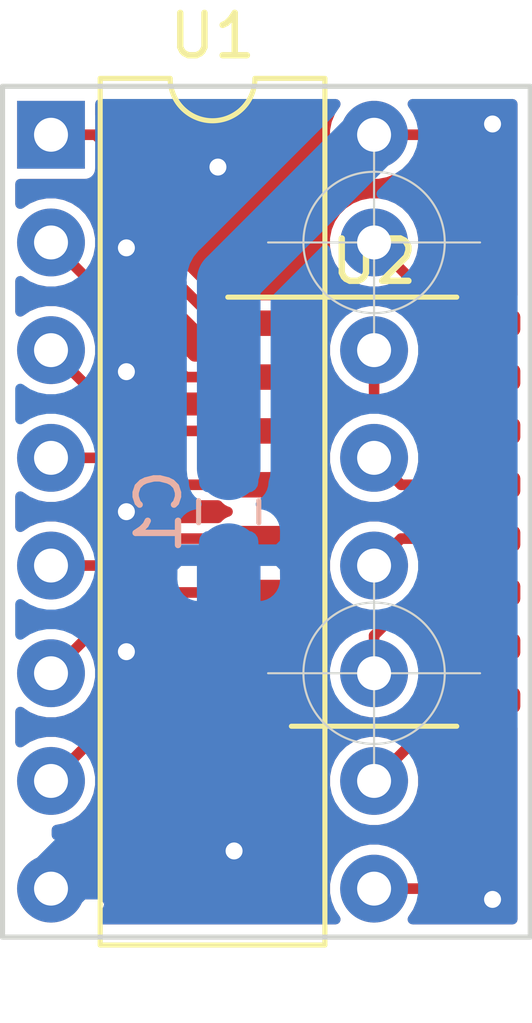
<source format=kicad_pcb>
(kicad_pcb (version 20171130) (host pcbnew "(5.1.5)-3")

  (general
    (thickness 1.6)
    (drawings 6)
    (tracks 67)
    (zones 0)
    (modules 3)
    (nets 17)
  )

  (page A4)
  (layers
    (0 F.Cu signal)
    (31 B.Cu signal)
    (32 B.Adhes user)
    (33 F.Adhes user)
    (34 B.Paste user)
    (35 F.Paste user)
    (36 B.SilkS user)
    (37 F.SilkS user)
    (38 B.Mask user)
    (39 F.Mask user)
    (40 Dwgs.User user)
    (41 Cmts.User user)
    (42 Eco1.User user)
    (43 Eco2.User user)
    (44 Edge.Cuts user)
    (45 Margin user)
    (46 B.CrtYd user)
    (47 F.CrtYd user)
    (48 B.Fab user)
    (49 F.Fab user)
  )

  (setup
    (last_trace_width 1.5)
    (user_trace_width 0.6)
    (user_trace_width 1.5)
    (trace_clearance 0.2)
    (zone_clearance 0.239)
    (zone_45_only no)
    (trace_min 0.2)
    (via_size 0.8)
    (via_drill 0.4)
    (via_min_size 0.4)
    (via_min_drill 0.3)
    (uvia_size 0.3)
    (uvia_drill 0.1)
    (uvias_allowed no)
    (uvia_min_size 0.2)
    (uvia_min_drill 0.1)
    (edge_width 0.05)
    (segment_width 0.2)
    (pcb_text_width 0.3)
    (pcb_text_size 1.5 1.5)
    (mod_edge_width 0.12)
    (mod_text_size 1 1)
    (mod_text_width 0.15)
    (pad_size 1.524 1.524)
    (pad_drill 0.762)
    (pad_to_mask_clearance 0.051)
    (solder_mask_min_width 0.25)
    (aux_axis_origin 114.3 78.74)
    (visible_elements 7FFFFFFF)
    (pcbplotparams
      (layerselection 0x010f0_ffffffff)
      (usegerberextensions false)
      (usegerberattributes false)
      (usegerberadvancedattributes false)
      (creategerberjobfile false)
      (excludeedgelayer true)
      (linewidth 0.100000)
      (plotframeref false)
      (viasonmask false)
      (mode 1)
      (useauxorigin false)
      (hpglpennumber 1)
      (hpglpenspeed 20)
      (hpglpendiameter 15.000000)
      (psnegative false)
      (psa4output false)
      (plotreference true)
      (plotvalue true)
      (plotinvisibletext false)
      (padsonsilk false)
      (subtractmaskfromsilk false)
      (outputformat 1)
      (mirror false)
      (drillshape 0)
      (scaleselection 1)
      (outputdirectory "gerber/"))
  )

  (net 0 "")
  (net 1 "Net-(U1-Pad1)")
  (net 2 "Net-(U1-Pad2)")
  (net 3 "Net-(U1-Pad9)")
  (net 4 "Net-(U1-Pad3)")
  (net 5 "Net-(U1-Pad10)")
  (net 6 "Net-(U1-Pad4)")
  (net 7 "Net-(U1-Pad11)")
  (net 8 "Net-(U1-Pad5)")
  (net 9 "Net-(U1-Pad12)")
  (net 10 "Net-(U1-Pad6)")
  (net 11 "Net-(U1-Pad13)")
  (net 12 "Net-(C1-Pad1)")
  (net 13 "Net-(U1-Pad14)")
  (net 14 "Net-(U1-Pad7)")
  (net 15 "Net-(U1-Pad15)")
  (net 16 GND)

  (net_class Default "This is the default net class."
    (clearance 0.2)
    (trace_width 0.25)
    (via_dia 0.8)
    (via_drill 0.4)
    (uvia_dia 0.3)
    (uvia_drill 0.1)
    (add_net GND)
    (add_net "Net-(C1-Pad1)")
    (add_net "Net-(U1-Pad1)")
    (add_net "Net-(U1-Pad10)")
    (add_net "Net-(U1-Pad11)")
    (add_net "Net-(U1-Pad12)")
    (add_net "Net-(U1-Pad13)")
    (add_net "Net-(U1-Pad14)")
    (add_net "Net-(U1-Pad15)")
    (add_net "Net-(U1-Pad2)")
    (add_net "Net-(U1-Pad3)")
    (add_net "Net-(U1-Pad4)")
    (add_net "Net-(U1-Pad5)")
    (add_net "Net-(U1-Pad6)")
    (add_net "Net-(U1-Pad7)")
    (add_net "Net-(U1-Pad9)")
  )

  (module Capacitor_SMD:C_0805_2012Metric_Pad1.15x1.40mm_HandSolder (layer B.Cu) (tedit 5B36C52B) (tstamp 5EF1B53E)
    (at 110.871 80.01 270)
    (descr "Capacitor SMD 0805 (2012 Metric), square (rectangular) end terminal, IPC_7351 nominal with elongated pad for handsoldering. (Body size source: https://docs.google.com/spreadsheets/d/1BsfQQcO9C6DZCsRaXUlFlo91Tg2WpOkGARC1WS5S8t0/edit?usp=sharing), generated with kicad-footprint-generator")
    (tags "capacitor handsolder")
    (path /7C524249)
    (attr smd)
    (fp_text reference C1 (at 0 1.65 90) (layer B.SilkS)
      (effects (font (size 1 1) (thickness 0.15)) (justify mirror))
    )
    (fp_text value 100n (at 0 -1.65 90) (layer B.Fab)
      (effects (font (size 1 1) (thickness 0.15)) (justify mirror))
    )
    (fp_line (start -1 -0.6) (end -1 0.6) (layer B.Fab) (width 0.1))
    (fp_line (start -1 0.6) (end 1 0.6) (layer B.Fab) (width 0.1))
    (fp_line (start 1 0.6) (end 1 -0.6) (layer B.Fab) (width 0.1))
    (fp_line (start 1 -0.6) (end -1 -0.6) (layer B.Fab) (width 0.1))
    (fp_line (start -0.261252 0.71) (end 0.261252 0.71) (layer B.SilkS) (width 0.12))
    (fp_line (start -0.261252 -0.71) (end 0.261252 -0.71) (layer B.SilkS) (width 0.12))
    (fp_line (start -1.85 -0.95) (end -1.85 0.95) (layer B.CrtYd) (width 0.05))
    (fp_line (start -1.85 0.95) (end 1.85 0.95) (layer B.CrtYd) (width 0.05))
    (fp_line (start 1.85 0.95) (end 1.85 -0.95) (layer B.CrtYd) (width 0.05))
    (fp_line (start 1.85 -0.95) (end -1.85 -0.95) (layer B.CrtYd) (width 0.05))
    (fp_text user %R (at 0 0 90) (layer B.Fab)
      (effects (font (size 0.5 0.5) (thickness 0.08)) (justify mirror))
    )
    (pad 1 smd roundrect (at -1.025 0 270) (size 1.15 1.4) (layers B.Cu B.Paste B.Mask) (roundrect_rratio 0.217391)
      (net 12 "Net-(C1-Pad1)"))
    (pad 2 smd roundrect (at 1.025 0 270) (size 1.15 1.4) (layers B.Cu B.Paste B.Mask) (roundrect_rratio 0.217391)
      (net 16 GND))
    (model ${KISYS3DMOD}/Capacitor_SMD.3dshapes/C_0805_2012Metric.wrl
      (at (xyz 0 0 0))
      (scale (xyz 1 1 1))
      (rotate (xyz 0 0 0))
    )
  )

  (module Package_DIP:DIP-16_W7.62mm (layer F.Cu) (tedit 5A02E8C5) (tstamp 5EF1B562)
    (at 106.68 71.12)
    (descr "16-lead though-hole mounted DIP package, row spacing 7.62 mm (300 mils)")
    (tags "THT DIP DIL PDIP 2.54mm 7.62mm 300mil")
    (path /5EF1BAFC)
    (fp_text reference U1 (at 3.81 -2.33) (layer F.SilkS)
      (effects (font (size 1 1) (thickness 0.15)))
    )
    (fp_text value 74LS138 (at 3.81 20.11) (layer F.Fab)
      (effects (font (size 1 1) (thickness 0.15)))
    )
    (fp_arc (start 3.81 -1.33) (end 2.81 -1.33) (angle -180) (layer F.SilkS) (width 0.12))
    (fp_line (start 1.635 -1.27) (end 6.985 -1.27) (layer F.Fab) (width 0.1))
    (fp_line (start 6.985 -1.27) (end 6.985 19.05) (layer F.Fab) (width 0.1))
    (fp_line (start 6.985 19.05) (end 0.635 19.05) (layer F.Fab) (width 0.1))
    (fp_line (start 0.635 19.05) (end 0.635 -0.27) (layer F.Fab) (width 0.1))
    (fp_line (start 0.635 -0.27) (end 1.635 -1.27) (layer F.Fab) (width 0.1))
    (fp_line (start 2.81 -1.33) (end 1.16 -1.33) (layer F.SilkS) (width 0.12))
    (fp_line (start 1.16 -1.33) (end 1.16 19.11) (layer F.SilkS) (width 0.12))
    (fp_line (start 1.16 19.11) (end 6.46 19.11) (layer F.SilkS) (width 0.12))
    (fp_line (start 6.46 19.11) (end 6.46 -1.33) (layer F.SilkS) (width 0.12))
    (fp_line (start 6.46 -1.33) (end 4.81 -1.33) (layer F.SilkS) (width 0.12))
    (fp_line (start -1.1 -1.55) (end -1.1 19.3) (layer F.CrtYd) (width 0.05))
    (fp_line (start -1.1 19.3) (end 8.7 19.3) (layer F.CrtYd) (width 0.05))
    (fp_line (start 8.7 19.3) (end 8.7 -1.55) (layer F.CrtYd) (width 0.05))
    (fp_line (start 8.7 -1.55) (end -1.1 -1.55) (layer F.CrtYd) (width 0.05))
    (fp_text user %R (at 3.81 8.89) (layer F.Fab)
      (effects (font (size 1 1) (thickness 0.15)))
    )
    (pad 1 thru_hole rect (at 0 0) (size 1.6 1.6) (drill 0.8) (layers *.Cu *.Mask)
      (net 1 "Net-(U1-Pad1)"))
    (pad 9 thru_hole oval (at 7.62 17.78) (size 1.6 1.6) (drill 0.8) (layers *.Cu *.Mask)
      (net 3 "Net-(U1-Pad9)"))
    (pad 2 thru_hole oval (at 0 2.54) (size 1.6 1.6) (drill 0.8) (layers *.Cu *.Mask)
      (net 2 "Net-(U1-Pad2)"))
    (pad 10 thru_hole oval (at 7.62 15.24) (size 1.6 1.6) (drill 0.8) (layers *.Cu *.Mask)
      (net 5 "Net-(U1-Pad10)"))
    (pad 3 thru_hole oval (at 0 5.08) (size 1.6 1.6) (drill 0.8) (layers *.Cu *.Mask)
      (net 4 "Net-(U1-Pad3)"))
    (pad 11 thru_hole oval (at 7.62 12.7) (size 1.6 1.6) (drill 0.8) (layers *.Cu *.Mask)
      (net 7 "Net-(U1-Pad11)"))
    (pad 4 thru_hole oval (at 0 7.62) (size 1.6 1.6) (drill 0.8) (layers *.Cu *.Mask)
      (net 6 "Net-(U1-Pad4)"))
    (pad 12 thru_hole oval (at 7.62 10.16) (size 1.6 1.6) (drill 0.8) (layers *.Cu *.Mask)
      (net 9 "Net-(U1-Pad12)"))
    (pad 5 thru_hole oval (at 0 10.16) (size 1.6 1.6) (drill 0.8) (layers *.Cu *.Mask)
      (net 8 "Net-(U1-Pad5)"))
    (pad 13 thru_hole oval (at 7.62 7.62) (size 1.6 1.6) (drill 0.8) (layers *.Cu *.Mask)
      (net 11 "Net-(U1-Pad13)"))
    (pad 6 thru_hole oval (at 0 12.7) (size 1.6 1.6) (drill 0.8) (layers *.Cu *.Mask)
      (net 10 "Net-(U1-Pad6)"))
    (pad 14 thru_hole oval (at 7.62 5.08) (size 1.6 1.6) (drill 0.8) (layers *.Cu *.Mask)
      (net 13 "Net-(U1-Pad14)"))
    (pad 7 thru_hole oval (at 0 15.24) (size 1.6 1.6) (drill 0.8) (layers *.Cu *.Mask)
      (net 14 "Net-(U1-Pad7)"))
    (pad 15 thru_hole oval (at 7.62 2.54) (size 1.6 1.6) (drill 0.8) (layers *.Cu *.Mask)
      (net 15 "Net-(U1-Pad15)"))
    (pad 8 thru_hole oval (at 0 17.78) (size 1.6 1.6) (drill 0.8) (layers *.Cu *.Mask)
      (net 16 GND))
    (pad 16 thru_hole oval (at 7.62 0) (size 1.6 1.6) (drill 0.8) (layers *.Cu *.Mask)
      (net 12 "Net-(C1-Pad1)"))
    (model ${KISYS3DMOD}/Package_DIP.3dshapes/DIP-16_W7.62mm.wrl
      (at (xyz 0 0 0))
      (scale (xyz 1 1 1))
      (rotate (xyz 0 0 0))
    )
  )

  (module Package_SO:SOIC-16_3.9x9.9mm_P1.27mm (layer F.Cu) (tedit 5D9F72B1) (tstamp 5EF1B584)
    (at 114.3 80.01)
    (descr "SOIC, 16 Pin (JEDEC MS-012AC, https://www.analog.com/media/en/package-pcb-resources/package/pkg_pdf/soic_narrow-r/r_16.pdf), generated with kicad-footprint-generator ipc_gullwing_generator.py")
    (tags "SOIC SO")
    (path /5EF1DD9F)
    (attr smd)
    (fp_text reference U2 (at 0 -5.9) (layer F.SilkS)
      (effects (font (size 1 1) (thickness 0.15)))
    )
    (fp_text value 74LS138 (at 0 5.9) (layer F.Fab)
      (effects (font (size 1 1) (thickness 0.15)))
    )
    (fp_line (start 0 5.06) (end 1.95 5.06) (layer F.SilkS) (width 0.12))
    (fp_line (start 0 5.06) (end -1.95 5.06) (layer F.SilkS) (width 0.12))
    (fp_line (start 0 -5.06) (end 1.95 -5.06) (layer F.SilkS) (width 0.12))
    (fp_line (start 0 -5.06) (end -3.45 -5.06) (layer F.SilkS) (width 0.12))
    (fp_line (start -0.975 -4.95) (end 1.95 -4.95) (layer F.Fab) (width 0.1))
    (fp_line (start 1.95 -4.95) (end 1.95 4.95) (layer F.Fab) (width 0.1))
    (fp_line (start 1.95 4.95) (end -1.95 4.95) (layer F.Fab) (width 0.1))
    (fp_line (start -1.95 4.95) (end -1.95 -3.975) (layer F.Fab) (width 0.1))
    (fp_line (start -1.95 -3.975) (end -0.975 -4.95) (layer F.Fab) (width 0.1))
    (fp_line (start -3.7 -5.2) (end -3.7 5.2) (layer F.CrtYd) (width 0.05))
    (fp_line (start -3.7 5.2) (end 3.7 5.2) (layer F.CrtYd) (width 0.05))
    (fp_line (start 3.7 5.2) (end 3.7 -5.2) (layer F.CrtYd) (width 0.05))
    (fp_line (start 3.7 -5.2) (end -3.7 -5.2) (layer F.CrtYd) (width 0.05))
    (fp_text user %R (at 0 0) (layer F.Fab)
      (effects (font (size 0.98 0.98) (thickness 0.15)))
    )
    (pad 1 smd roundrect (at -2.475 -4.445) (size 1.95 0.6) (layers F.Cu F.Paste F.Mask) (roundrect_rratio 0.25)
      (net 1 "Net-(U1-Pad1)"))
    (pad 2 smd roundrect (at -2.475 -3.175) (size 1.95 0.6) (layers F.Cu F.Paste F.Mask) (roundrect_rratio 0.25)
      (net 2 "Net-(U1-Pad2)"))
    (pad 3 smd roundrect (at -2.475 -1.905) (size 1.95 0.6) (layers F.Cu F.Paste F.Mask) (roundrect_rratio 0.25)
      (net 4 "Net-(U1-Pad3)"))
    (pad 4 smd roundrect (at -2.475 -0.635) (size 1.95 0.6) (layers F.Cu F.Paste F.Mask) (roundrect_rratio 0.25)
      (net 6 "Net-(U1-Pad4)"))
    (pad 5 smd roundrect (at -2.475 0.635) (size 1.95 0.6) (layers F.Cu F.Paste F.Mask) (roundrect_rratio 0.25)
      (net 8 "Net-(U1-Pad5)"))
    (pad 6 smd roundrect (at -2.475 1.905) (size 1.95 0.6) (layers F.Cu F.Paste F.Mask) (roundrect_rratio 0.25)
      (net 10 "Net-(U1-Pad6)"))
    (pad 7 smd roundrect (at -2.475 3.175) (size 1.95 0.6) (layers F.Cu F.Paste F.Mask) (roundrect_rratio 0.25)
      (net 14 "Net-(U1-Pad7)"))
    (pad 8 smd roundrect (at -2.475 4.445) (size 1.95 0.6) (layers F.Cu F.Paste F.Mask) (roundrect_rratio 0.25)
      (net 16 GND))
    (pad 9 smd roundrect (at 2.475 4.445) (size 1.95 0.6) (layers F.Cu F.Paste F.Mask) (roundrect_rratio 0.25)
      (net 3 "Net-(U1-Pad9)"))
    (pad 10 smd roundrect (at 2.475 3.175) (size 1.95 0.6) (layers F.Cu F.Paste F.Mask) (roundrect_rratio 0.25)
      (net 5 "Net-(U1-Pad10)"))
    (pad 11 smd roundrect (at 2.475 1.905) (size 1.95 0.6) (layers F.Cu F.Paste F.Mask) (roundrect_rratio 0.25)
      (net 7 "Net-(U1-Pad11)"))
    (pad 12 smd roundrect (at 2.475 0.635) (size 1.95 0.6) (layers F.Cu F.Paste F.Mask) (roundrect_rratio 0.25)
      (net 9 "Net-(U1-Pad12)"))
    (pad 13 smd roundrect (at 2.475 -0.635) (size 1.95 0.6) (layers F.Cu F.Paste F.Mask) (roundrect_rratio 0.25)
      (net 11 "Net-(U1-Pad13)"))
    (pad 14 smd roundrect (at 2.475 -1.905) (size 1.95 0.6) (layers F.Cu F.Paste F.Mask) (roundrect_rratio 0.25)
      (net 13 "Net-(U1-Pad14)"))
    (pad 15 smd roundrect (at 2.475 -3.175) (size 1.95 0.6) (layers F.Cu F.Paste F.Mask) (roundrect_rratio 0.25)
      (net 15 "Net-(U1-Pad15)"))
    (pad 16 smd roundrect (at 2.475 -4.445) (size 1.95 0.6) (layers F.Cu F.Paste F.Mask) (roundrect_rratio 0.25)
      (net 12 "Net-(C1-Pad1)"))
    (model ${KISYS3DMOD}/Package_SO.3dshapes/SOIC-16_3.9x9.9mm_P1.27mm.wrl
      (at (xyz 0 0 0))
      (scale (xyz 1 1 1))
      (rotate (xyz 0 0 0))
    )
  )

  (target plus (at 114.3 83.82) (size 5) (width 0.05) (layer Edge.Cuts) (tstamp 5EDEE61A))
  (target plus (at 114.3 73.66) (size 5) (width 0.05) (layer Edge.Cuts))
  (gr_line (start 117.983 90.043) (end 117.983 69.977) (layer Edge.Cuts) (width 0.12) (tstamp 5EDD24B3))
  (gr_line (start 105.537 90.043) (end 117.983 90.043) (layer Edge.Cuts) (width 0.12))
  (gr_line (start 105.537 69.977) (end 105.537 90.043) (layer Edge.Cuts) (width 0.12))
  (gr_line (start 117.983 69.977) (end 105.537 69.977) (layer Edge.Cuts) (width 0.12))

  (segment (start 109.347 74.295) (end 109.347 72.737) (width 0.25) (layer F.Cu) (net 1))
  (segment (start 109.347 72.737) (end 107.73 71.12) (width 0.25) (layer F.Cu) (net 1))
  (segment (start 110.617 75.565) (end 109.347 74.295) (width 0.25) (layer F.Cu) (net 1))
  (segment (start 107.73 71.12) (end 106.68 71.12) (width 0.25) (layer F.Cu) (net 1))
  (segment (start 111.825 75.565) (end 110.617 75.565) (width 0.25) (layer F.Cu) (net 1))
  (segment (start 109.855 76.835) (end 106.68 73.66) (width 0.25) (layer F.Cu) (net 2))
  (segment (start 111.825 76.835) (end 109.855 76.835) (width 0.25) (layer F.Cu) (net 2))
  (segment (start 114.3 88.9) (end 116.205 88.9) (width 0.25) (layer F.Cu) (net 3))
  (segment (start 116.775 88.33) (end 116.775 84.455) (width 0.25) (layer F.Cu) (net 3))
  (segment (start 116.205 88.9) (end 116.775 88.33) (width 0.25) (layer F.Cu) (net 3))
  (segment (start 108.585 78.105) (end 106.68 76.2) (width 0.25) (layer F.Cu) (net 4))
  (segment (start 111.825 78.105) (end 108.585 78.105) (width 0.25) (layer F.Cu) (net 4))
  (segment (start 115.425001 85.234999) (end 115.099999 85.560001) (width 0.25) (layer F.Cu) (net 5))
  (segment (start 115.753242 83.82999) (end 115.425001 84.158231) (width 0.25) (layer F.Cu) (net 5))
  (segment (start 116.13001 83.82999) (end 115.753242 83.82999) (width 0.25) (layer F.Cu) (net 5))
  (segment (start 115.099999 85.560001) (end 114.3 86.36) (width 0.25) (layer F.Cu) (net 5))
  (segment (start 115.425001 84.158231) (end 115.425001 85.234999) (width 0.25) (layer F.Cu) (net 5))
  (segment (start 116.775 83.185) (end 116.13001 83.82999) (width 0.25) (layer F.Cu) (net 5))
  (segment (start 108.839 78.74) (end 106.68 78.74) (width 0.25) (layer F.Cu) (net 6))
  (segment (start 111.825 79.375) (end 109.474 79.375) (width 0.25) (layer F.Cu) (net 6))
  (segment (start 109.474 79.375) (end 108.839 78.74) (width 0.25) (layer F.Cu) (net 6))
  (segment (start 114.3 82.931) (end 114.3 83.82) (width 0.25) (layer F.Cu) (net 7))
  (segment (start 114.568002 82.677) (end 114.554 82.677) (width 0.25) (layer F.Cu) (net 7))
  (segment (start 116.775 81.915) (end 115.330002 81.915) (width 0.25) (layer F.Cu) (net 7))
  (segment (start 114.554 82.677) (end 114.3 82.931) (width 0.25) (layer F.Cu) (net 7))
  (segment (start 115.330002 81.915) (end 114.568002 82.677) (width 0.25) (layer F.Cu) (net 7))
  (segment (start 108.966 81.28) (end 106.68 81.28) (width 0.25) (layer F.Cu) (net 8))
  (segment (start 111.825 80.645) (end 109.601 80.645) (width 0.25) (layer F.Cu) (net 8))
  (segment (start 109.601 80.645) (end 108.966 81.28) (width 0.25) (layer F.Cu) (net 8))
  (segment (start 114.935 80.645) (end 114.3 81.28) (width 0.25) (layer F.Cu) (net 9))
  (segment (start 116.775 80.645) (end 114.935 80.645) (width 0.25) (layer F.Cu) (net 9))
  (segment (start 108.585 81.915) (end 106.68 83.82) (width 0.25) (layer F.Cu) (net 10))
  (segment (start 111.825 81.915) (end 108.585 81.915) (width 0.25) (layer F.Cu) (net 10))
  (segment (start 116.775 79.375) (end 114.935 79.375) (width 0.25) (layer F.Cu) (net 11))
  (segment (start 114.935 79.375) (end 114.3 78.74) (width 0.25) (layer F.Cu) (net 11))
  (segment (start 114.3 71.12) (end 116.078 71.12) (width 0.25) (layer F.Cu) (net 12))
  (segment (start 116.775 71.817) (end 116.775 75.565) (width 0.25) (layer F.Cu) (net 12))
  (segment (start 116.078 71.12) (end 116.775 71.817) (width 0.25) (layer F.Cu) (net 12))
  (segment (start 110.871 74.549) (end 114.3 71.12) (width 1.5) (layer B.Cu) (net 12))
  (segment (start 110.871 78.985) (end 110.871 74.549) (width 1.5) (layer B.Cu) (net 12))
  (segment (start 111.825 84.455) (end 110.109 84.455) (width 0.25) (layer F.Cu) (net 16))
  (segment (start 110.109 84.455) (end 109.474 85.09) (width 0.25) (layer F.Cu) (net 16))
  (segment (start 109.474 86.106) (end 106.68 88.9) (width 0.25) (layer F.Cu) (net 16))
  (segment (start 109.474 85.09) (end 109.474 86.106) (width 0.25) (layer F.Cu) (net 16))
  (segment (start 110.871 84.709) (end 110.871 81.035) (width 1.5) (layer B.Cu) (net 16))
  (segment (start 106.68 88.9) (end 110.871 84.709) (width 1.5) (layer B.Cu) (net 16))
  (via (at 110.617 71.882) (size 0.8) (drill 0.4) (layers F.Cu B.Cu) (net 16))
  (via (at 108.458 73.787) (size 0.8) (drill 0.4) (layers F.Cu B.Cu) (net 16))
  (via (at 108.458 76.708) (size 0.8) (drill 0.4) (layers F.Cu B.Cu) (net 16))
  (via (at 108.458 80.01) (size 0.8) (drill 0.4) (layers F.Cu B.Cu) (net 16))
  (via (at 108.458 83.312) (size 0.8) (drill 0.4) (layers F.Cu B.Cu) (net 16))
  (via (at 110.998 88.011) (size 0.8) (drill 0.4) (layers F.Cu B.Cu) (net 16))
  (via (at 117.094 89.154) (size 0.8) (drill 0.4) (layers F.Cu B.Cu) (net 16))
  (via (at 117.094 70.866) (size 0.8) (drill 0.4) (layers F.Cu B.Cu) (net 16))
  (segment (start 114.56563 77.597) (end 114.3 77.33137) (width 0.25) (layer F.Cu) (net 13))
  (segment (start 114.3 77.33137) (end 114.3 76.2) (width 0.25) (layer F.Cu) (net 13))
  (segment (start 115.062 77.597) (end 114.56563 77.597) (width 0.25) (layer F.Cu) (net 13))
  (segment (start 115.57 78.105) (end 115.062 77.597) (width 0.25) (layer F.Cu) (net 13))
  (segment (start 116.775 78.105) (end 115.57 78.105) (width 0.25) (layer F.Cu) (net 13))
  (segment (start 109.855 83.185) (end 106.68 86.36) (width 0.25) (layer F.Cu) (net 14))
  (segment (start 111.825 83.185) (end 109.855 83.185) (width 0.25) (layer F.Cu) (net 14))
  (segment (start 115.099999 74.459999) (end 114.3 73.66) (width 0.25) (layer F.Cu) (net 15))
  (segment (start 115.425001 74.785001) (end 115.099999 74.459999) (width 0.25) (layer F.Cu) (net 15))
  (segment (start 115.425001 75.861769) (end 115.425001 74.785001) (width 0.25) (layer F.Cu) (net 15))
  (segment (start 115.753242 76.19001) (end 115.425001 75.861769) (width 0.25) (layer F.Cu) (net 15))
  (segment (start 116.13001 76.19001) (end 115.753242 76.19001) (width 0.25) (layer F.Cu) (net 15))
  (segment (start 116.775 76.835) (end 116.13001 76.19001) (width 0.25) (layer F.Cu) (net 15))

  (zone (net 16) (net_name GND) (layer B.Cu) (tstamp 5EF1BB29) (hatch edge 0.508)
    (connect_pads (clearance 0.239))
    (min_thickness 0.239)
    (fill yes (arc_segments 32) (thermal_gap 0.508) (thermal_bridge_width 0.508))
    (polygon
      (pts
        (xy 117.983 90.043) (xy 105.537 90.043) (xy 105.537 69.977) (xy 117.983 69.977)
      )
    )
    (filled_polygon
      (pts
        (xy 113.273351 70.571245) (xy 113.267872 70.584472) (xy 110.125679 73.726667) (xy 110.083381 73.76138) (xy 109.970006 73.899528)
        (xy 109.944857 73.930172) (xy 109.841925 74.122744) (xy 109.77854 74.331697) (xy 109.757138 74.549) (xy 109.762501 74.603452)
        (xy 109.7625 79.039449) (xy 109.77854 79.202303) (xy 109.810766 79.308538) (xy 109.810766 79.310001) (xy 109.822491 79.429052)
        (xy 109.857217 79.543527) (xy 109.913609 79.649028) (xy 109.989499 79.741501) (xy 110.081972 79.817391) (xy 110.114897 79.83499)
        (xy 110.047989 79.84158) (xy 109.929704 79.877461) (xy 109.820693 79.935728) (xy 109.725144 80.014144) (xy 109.646728 80.109693)
        (xy 109.588461 80.218704) (xy 109.55258 80.336989) (xy 109.540464 80.46) (xy 109.5435 80.743625) (xy 109.700375 80.9005)
        (xy 110.7365 80.9005) (xy 110.7365 80.8805) (xy 111.0055 80.8805) (xy 111.0055 80.9005) (xy 112.041625 80.9005)
        (xy 112.1985 80.743625) (xy 112.201536 80.46) (xy 112.18942 80.336989) (xy 112.153539 80.218704) (xy 112.095272 80.109693)
        (xy 112.016856 80.014144) (xy 111.921307 79.935728) (xy 111.812296 79.877461) (xy 111.694011 79.84158) (xy 111.627103 79.83499)
        (xy 111.660028 79.817391) (xy 111.752501 79.741501) (xy 111.828391 79.649028) (xy 111.884783 79.543527) (xy 111.919509 79.429052)
        (xy 111.931234 79.310001) (xy 111.931234 79.308539) (xy 111.96346 79.202304) (xy 111.9795 79.03945) (xy 111.9795 78.625898)
        (xy 113.1415 78.625898) (xy 113.1415 78.854102) (xy 113.186021 79.077922) (xy 113.273351 79.288755) (xy 113.400135 79.4785)
        (xy 113.5615 79.639865) (xy 113.751245 79.766649) (xy 113.962078 79.853979) (xy 114.185898 79.8985) (xy 114.414102 79.8985)
        (xy 114.637922 79.853979) (xy 114.848755 79.766649) (xy 115.0385 79.639865) (xy 115.199865 79.4785) (xy 115.326649 79.288755)
        (xy 115.413979 79.077922) (xy 115.4585 78.854102) (xy 115.4585 78.625898) (xy 115.413979 78.402078) (xy 115.326649 78.191245)
        (xy 115.199865 78.0015) (xy 115.0385 77.840135) (xy 114.848755 77.713351) (xy 114.637922 77.626021) (xy 114.414102 77.5815)
        (xy 114.185898 77.5815) (xy 113.962078 77.626021) (xy 113.751245 77.713351) (xy 113.5615 77.840135) (xy 113.400135 78.0015)
        (xy 113.273351 78.191245) (xy 113.186021 78.402078) (xy 113.1415 78.625898) (xy 111.9795 78.625898) (xy 111.9795 76.085898)
        (xy 113.1415 76.085898) (xy 113.1415 76.314102) (xy 113.186021 76.537922) (xy 113.273351 76.748755) (xy 113.400135 76.9385)
        (xy 113.5615 77.099865) (xy 113.751245 77.226649) (xy 113.962078 77.313979) (xy 114.185898 77.3585) (xy 114.414102 77.3585)
        (xy 114.637922 77.313979) (xy 114.848755 77.226649) (xy 115.0385 77.099865) (xy 115.199865 76.9385) (xy 115.326649 76.748755)
        (xy 115.413979 76.537922) (xy 115.4585 76.314102) (xy 115.4585 76.085898) (xy 115.413979 75.862078) (xy 115.326649 75.651245)
        (xy 115.199865 75.4615) (xy 115.0385 75.300135) (xy 114.848755 75.173351) (xy 114.637922 75.086021) (xy 114.414102 75.0415)
        (xy 114.185898 75.0415) (xy 113.962078 75.086021) (xy 113.751245 75.173351) (xy 113.5615 75.300135) (xy 113.400135 75.4615)
        (xy 113.273351 75.651245) (xy 113.186021 75.862078) (xy 113.1415 76.085898) (xy 111.9795 76.085898) (xy 111.9795 75.008154)
        (xy 113.153454 73.8342) (xy 113.186021 73.997922) (xy 113.273351 74.208755) (xy 113.400135 74.3985) (xy 113.5615 74.559865)
        (xy 113.751245 74.686649) (xy 113.962078 74.773979) (xy 114.185898 74.8185) (xy 114.414102 74.8185) (xy 114.637922 74.773979)
        (xy 114.848755 74.686649) (xy 115.0385 74.559865) (xy 115.199865 74.3985) (xy 115.326649 74.208755) (xy 115.413979 73.997922)
        (xy 115.4585 73.774102) (xy 115.4585 73.545898) (xy 115.413979 73.322078) (xy 115.326649 73.111245) (xy 115.199865 72.9215)
        (xy 115.0385 72.760135) (xy 114.848755 72.633351) (xy 114.637922 72.546021) (xy 114.474201 72.513455) (xy 114.835528 72.152128)
        (xy 114.848755 72.146649) (xy 115.0385 72.019865) (xy 115.199865 71.8585) (xy 115.326649 71.668755) (xy 115.413979 71.457922)
        (xy 115.4585 71.234102) (xy 115.4585 71.005898) (xy 115.413979 70.782078) (xy 115.326649 70.571245) (xy 115.20922 70.3955)
        (xy 117.564501 70.3955) (xy 117.5645 89.6245) (xy 115.20922 89.6245) (xy 115.326649 89.448755) (xy 115.413979 89.237922)
        (xy 115.4585 89.014102) (xy 115.4585 88.785898) (xy 115.413979 88.562078) (xy 115.326649 88.351245) (xy 115.199865 88.1615)
        (xy 115.0385 88.000135) (xy 114.848755 87.873351) (xy 114.637922 87.786021) (xy 114.414102 87.7415) (xy 114.185898 87.7415)
        (xy 113.962078 87.786021) (xy 113.751245 87.873351) (xy 113.5615 88.000135) (xy 113.400135 88.1615) (xy 113.273351 88.351245)
        (xy 113.186021 88.562078) (xy 113.1415 88.785898) (xy 113.1415 89.014102) (xy 113.186021 89.237922) (xy 113.273351 89.448755)
        (xy 113.39078 89.6245) (xy 107.909738 89.6245) (xy 108.026922 89.372836) (xy 108.062613 89.255161) (xy 107.943486 89.0345)
        (xy 106.8145 89.0345) (xy 106.8145 89.0545) (xy 106.5455 89.0545) (xy 106.5455 89.0345) (xy 106.5255 89.0345)
        (xy 106.5255 88.7655) (xy 106.5455 88.7655) (xy 106.5455 88.7455) (xy 106.8145 88.7455) (xy 106.8145 88.7655)
        (xy 107.943486 88.7655) (xy 108.062613 88.544839) (xy 108.026922 88.427164) (xy 107.908796 88.173478) (xy 107.743448 87.947712)
        (xy 107.537232 87.758542) (xy 107.298073 87.613237) (xy 107.035162 87.517382) (xy 106.814502 87.635719) (xy 106.814502 87.514442)
        (xy 107.017922 87.473979) (xy 107.228755 87.386649) (xy 107.4185 87.259865) (xy 107.579865 87.0985) (xy 107.706649 86.908755)
        (xy 107.793979 86.697922) (xy 107.8385 86.474102) (xy 107.8385 86.245898) (xy 113.1415 86.245898) (xy 113.1415 86.474102)
        (xy 113.186021 86.697922) (xy 113.273351 86.908755) (xy 113.400135 87.0985) (xy 113.5615 87.259865) (xy 113.751245 87.386649)
        (xy 113.962078 87.473979) (xy 114.185898 87.5185) (xy 114.414102 87.5185) (xy 114.637922 87.473979) (xy 114.848755 87.386649)
        (xy 115.0385 87.259865) (xy 115.199865 87.0985) (xy 115.326649 86.908755) (xy 115.413979 86.697922) (xy 115.4585 86.474102)
        (xy 115.4585 86.245898) (xy 115.413979 86.022078) (xy 115.326649 85.811245) (xy 115.199865 85.6215) (xy 115.0385 85.460135)
        (xy 114.848755 85.333351) (xy 114.637922 85.246021) (xy 114.414102 85.2015) (xy 114.185898 85.2015) (xy 113.962078 85.246021)
        (xy 113.751245 85.333351) (xy 113.5615 85.460135) (xy 113.400135 85.6215) (xy 113.273351 85.811245) (xy 113.186021 86.022078)
        (xy 113.1415 86.245898) (xy 107.8385 86.245898) (xy 107.793979 86.022078) (xy 107.706649 85.811245) (xy 107.579865 85.6215)
        (xy 107.4185 85.460135) (xy 107.228755 85.333351) (xy 107.017922 85.246021) (xy 106.794102 85.2015) (xy 106.565898 85.2015)
        (xy 106.342078 85.246021) (xy 106.131245 85.333351) (xy 105.9555 85.45078) (xy 105.9555 84.72922) (xy 106.131245 84.846649)
        (xy 106.342078 84.933979) (xy 106.565898 84.9785) (xy 106.794102 84.9785) (xy 107.017922 84.933979) (xy 107.228755 84.846649)
        (xy 107.4185 84.719865) (xy 107.579865 84.5585) (xy 107.706649 84.368755) (xy 107.793979 84.157922) (xy 107.8385 83.934102)
        (xy 107.8385 83.705898) (xy 113.1415 83.705898) (xy 113.1415 83.934102) (xy 113.186021 84.157922) (xy 113.273351 84.368755)
        (xy 113.400135 84.5585) (xy 113.5615 84.719865) (xy 113.751245 84.846649) (xy 113.962078 84.933979) (xy 114.185898 84.9785)
        (xy 114.414102 84.9785) (xy 114.637922 84.933979) (xy 114.848755 84.846649) (xy 115.0385 84.719865) (xy 115.199865 84.5585)
        (xy 115.326649 84.368755) (xy 115.413979 84.157922) (xy 115.4585 83.934102) (xy 115.4585 83.705898) (xy 115.413979 83.482078)
        (xy 115.326649 83.271245) (xy 115.199865 83.0815) (xy 115.0385 82.920135) (xy 114.848755 82.793351) (xy 114.637922 82.706021)
        (xy 114.414102 82.6615) (xy 114.185898 82.6615) (xy 113.962078 82.706021) (xy 113.751245 82.793351) (xy 113.5615 82.920135)
        (xy 113.400135 83.0815) (xy 113.273351 83.271245) (xy 113.186021 83.482078) (xy 113.1415 83.705898) (xy 107.8385 83.705898)
        (xy 107.793979 83.482078) (xy 107.706649 83.271245) (xy 107.579865 83.0815) (xy 107.4185 82.920135) (xy 107.228755 82.793351)
        (xy 107.017922 82.706021) (xy 106.794102 82.6615) (xy 106.565898 82.6615) (xy 106.342078 82.706021) (xy 106.131245 82.793351)
        (xy 105.9555 82.91078) (xy 105.9555 82.18922) (xy 106.131245 82.306649) (xy 106.342078 82.393979) (xy 106.565898 82.4385)
        (xy 106.794102 82.4385) (xy 107.017922 82.393979) (xy 107.228755 82.306649) (xy 107.4185 82.179865) (xy 107.579865 82.0185)
        (xy 107.706649 81.828755) (xy 107.793979 81.617922) (xy 107.795554 81.61) (xy 109.540464 81.61) (xy 109.55258 81.733011)
        (xy 109.588461 81.851296) (xy 109.646728 81.960307) (xy 109.725144 82.055856) (xy 109.820693 82.134272) (xy 109.929704 82.192539)
        (xy 110.047989 82.22842) (xy 110.171 82.240536) (xy 110.579625 82.2375) (xy 110.7365 82.080625) (xy 110.7365 81.1695)
        (xy 111.0055 81.1695) (xy 111.0055 82.080625) (xy 111.162375 82.2375) (xy 111.571 82.240536) (xy 111.694011 82.22842)
        (xy 111.812296 82.192539) (xy 111.921307 82.134272) (xy 112.016856 82.055856) (xy 112.095272 81.960307) (xy 112.153539 81.851296)
        (xy 112.18942 81.733011) (xy 112.201536 81.61) (xy 112.1985 81.326375) (xy 112.041625 81.1695) (xy 111.0055 81.1695)
        (xy 110.7365 81.1695) (xy 109.700375 81.1695) (xy 109.5435 81.326375) (xy 109.540464 81.61) (xy 107.795554 81.61)
        (xy 107.8385 81.394102) (xy 107.8385 81.165898) (xy 113.1415 81.165898) (xy 113.1415 81.394102) (xy 113.186021 81.617922)
        (xy 113.273351 81.828755) (xy 113.400135 82.0185) (xy 113.5615 82.179865) (xy 113.751245 82.306649) (xy 113.962078 82.393979)
        (xy 114.185898 82.4385) (xy 114.414102 82.4385) (xy 114.637922 82.393979) (xy 114.848755 82.306649) (xy 115.0385 82.179865)
        (xy 115.199865 82.0185) (xy 115.326649 81.828755) (xy 115.413979 81.617922) (xy 115.4585 81.394102) (xy 115.4585 81.165898)
        (xy 115.413979 80.942078) (xy 115.326649 80.731245) (xy 115.199865 80.5415) (xy 115.0385 80.380135) (xy 114.848755 80.253351)
        (xy 114.637922 80.166021) (xy 114.414102 80.1215) (xy 114.185898 80.1215) (xy 113.962078 80.166021) (xy 113.751245 80.253351)
        (xy 113.5615 80.380135) (xy 113.400135 80.5415) (xy 113.273351 80.731245) (xy 113.186021 80.942078) (xy 113.1415 81.165898)
        (xy 107.8385 81.165898) (xy 107.793979 80.942078) (xy 107.706649 80.731245) (xy 107.579865 80.5415) (xy 107.4185 80.380135)
        (xy 107.228755 80.253351) (xy 107.017922 80.166021) (xy 106.794102 80.1215) (xy 106.565898 80.1215) (xy 106.342078 80.166021)
        (xy 106.131245 80.253351) (xy 105.9555 80.37078) (xy 105.9555 79.64922) (xy 106.131245 79.766649) (xy 106.342078 79.853979)
        (xy 106.565898 79.8985) (xy 106.794102 79.8985) (xy 107.017922 79.853979) (xy 107.228755 79.766649) (xy 107.4185 79.639865)
        (xy 107.579865 79.4785) (xy 107.706649 79.288755) (xy 107.793979 79.077922) (xy 107.8385 78.854102) (xy 107.8385 78.625898)
        (xy 107.793979 78.402078) (xy 107.706649 78.191245) (xy 107.579865 78.0015) (xy 107.4185 77.840135) (xy 107.228755 77.713351)
        (xy 107.017922 77.626021) (xy 106.794102 77.5815) (xy 106.565898 77.5815) (xy 106.342078 77.626021) (xy 106.131245 77.713351)
        (xy 105.9555 77.83078) (xy 105.9555 77.10922) (xy 106.131245 77.226649) (xy 106.342078 77.313979) (xy 106.565898 77.3585)
        (xy 106.794102 77.3585) (xy 107.017922 77.313979) (xy 107.228755 77.226649) (xy 107.4185 77.099865) (xy 107.579865 76.9385)
        (xy 107.706649 76.748755) (xy 107.793979 76.537922) (xy 107.8385 76.314102) (xy 107.8385 76.085898) (xy 107.793979 75.862078)
        (xy 107.706649 75.651245) (xy 107.579865 75.4615) (xy 107.4185 75.300135) (xy 107.228755 75.173351) (xy 107.017922 75.086021)
        (xy 106.794102 75.0415) (xy 106.565898 75.0415) (xy 106.342078 75.086021) (xy 106.131245 75.173351) (xy 105.9555 75.29078)
        (xy 105.9555 74.56922) (xy 106.131245 74.686649) (xy 106.342078 74.773979) (xy 106.565898 74.8185) (xy 106.794102 74.8185)
        (xy 107.017922 74.773979) (xy 107.228755 74.686649) (xy 107.4185 74.559865) (xy 107.579865 74.3985) (xy 107.706649 74.208755)
        (xy 107.793979 73.997922) (xy 107.8385 73.774102) (xy 107.8385 73.545898) (xy 107.793979 73.322078) (xy 107.706649 73.111245)
        (xy 107.579865 72.9215) (xy 107.4185 72.760135) (xy 107.228755 72.633351) (xy 107.017922 72.546021) (xy 106.794102 72.5015)
        (xy 106.565898 72.5015) (xy 106.342078 72.546021) (xy 106.131245 72.633351) (xy 105.9555 72.75078) (xy 105.9555 72.280234)
        (xy 107.48 72.280234) (xy 107.550278 72.273312) (xy 107.617856 72.252813) (xy 107.680135 72.219524) (xy 107.734724 72.174724)
        (xy 107.779524 72.120135) (xy 107.812813 72.057856) (xy 107.833312 71.990278) (xy 107.840234 71.92) (xy 107.840234 70.3955)
        (xy 113.39078 70.3955)
      )
    )
  )
  (zone (net 16) (net_name GND) (layer F.Cu) (tstamp 5EF1BB26) (hatch edge 0.508)
    (connect_pads (clearance 0.239))
    (min_thickness 0.239)
    (fill yes (arc_segments 32) (thermal_gap 0.508) (thermal_bridge_width 0.508))
    (polygon
      (pts
        (xy 117.983 90.043) (xy 105.537 90.043) (xy 105.537 69.977) (xy 117.983 69.977)
      )
    )
    (filled_polygon
      (pts
        (xy 110.404144 83.709144) (xy 110.325728 83.804693) (xy 110.267461 83.913704) (xy 110.23158 84.031989) (xy 110.219464 84.155)
        (xy 110.2225 84.163625) (xy 110.379375 84.3205) (xy 111.6905 84.3205) (xy 111.6905 84.3005) (xy 111.9595 84.3005)
        (xy 111.9595 84.3205) (xy 111.9795 84.3205) (xy 111.9795 84.5895) (xy 111.9595 84.5895) (xy 111.9595 85.225625)
        (xy 112.116375 85.3825) (xy 112.8 85.385536) (xy 112.923011 85.37342) (xy 113.041296 85.337539) (xy 113.150307 85.279272)
        (xy 113.245856 85.200856) (xy 113.324272 85.105307) (xy 113.382539 84.996296) (xy 113.41842 84.878011) (xy 113.430536 84.755)
        (xy 113.4275 84.746375) (xy 113.270627 84.589502) (xy 113.4275 84.589502) (xy 113.4275 84.585865) (xy 113.5615 84.719865)
        (xy 113.751245 84.846649) (xy 113.962078 84.933979) (xy 114.185898 84.9785) (xy 114.414102 84.9785) (xy 114.637922 84.933979)
        (xy 114.848755 84.846649) (xy 114.941502 84.784678) (xy 114.941502 85.034726) (xy 114.703177 85.273051) (xy 114.637922 85.246021)
        (xy 114.414102 85.2015) (xy 114.185898 85.2015) (xy 113.962078 85.246021) (xy 113.751245 85.333351) (xy 113.5615 85.460135)
        (xy 113.400135 85.6215) (xy 113.273351 85.811245) (xy 113.186021 86.022078) (xy 113.1415 86.245898) (xy 113.1415 86.474102)
        (xy 113.186021 86.697922) (xy 113.273351 86.908755) (xy 113.400135 87.0985) (xy 113.5615 87.259865) (xy 113.751245 87.386649)
        (xy 113.962078 87.473979) (xy 114.185898 87.5185) (xy 114.414102 87.5185) (xy 114.637922 87.473979) (xy 114.848755 87.386649)
        (xy 115.0385 87.259865) (xy 115.199865 87.0985) (xy 115.326649 86.908755) (xy 115.413979 86.697922) (xy 115.4585 86.474102)
        (xy 115.4585 86.245898) (xy 115.413979 86.022078) (xy 115.386949 85.956823) (xy 115.750094 85.593678) (xy 115.768541 85.578539)
        (xy 115.786677 85.556441) (xy 115.828961 85.504918) (xy 115.873858 85.420922) (xy 115.885513 85.3825) (xy 115.901505 85.329781)
        (xy 115.908501 85.258748) (xy 115.908501 85.258739) (xy 115.910839 85.235) (xy 115.908501 85.211261) (xy 115.908501 85.111147)
        (xy 115.95 85.115234) (xy 116.291501 85.115234) (xy 116.2915 88.129728) (xy 116.004728 88.4165) (xy 115.353679 88.4165)
        (xy 115.326649 88.351245) (xy 115.199865 88.1615) (xy 115.0385 88.000135) (xy 114.848755 87.873351) (xy 114.637922 87.786021)
        (xy 114.414102 87.7415) (xy 114.185898 87.7415) (xy 113.962078 87.786021) (xy 113.751245 87.873351) (xy 113.5615 88.000135)
        (xy 113.400135 88.1615) (xy 113.273351 88.351245) (xy 113.186021 88.562078) (xy 113.1415 88.785898) (xy 113.1415 89.014102)
        (xy 113.186021 89.237922) (xy 113.273351 89.448755) (xy 113.39078 89.6245) (xy 107.909738 89.6245) (xy 108.026922 89.372836)
        (xy 108.062613 89.255161) (xy 107.943486 89.0345) (xy 106.8145 89.0345) (xy 106.8145 89.0545) (xy 106.5455 89.0545)
        (xy 106.5455 89.0345) (xy 106.5255 89.0345) (xy 106.5255 88.7655) (xy 106.5455 88.7655) (xy 106.5455 88.7455)
        (xy 106.8145 88.7455) (xy 106.8145 88.7655) (xy 107.943486 88.7655) (xy 108.062613 88.544839) (xy 108.026922 88.427164)
        (xy 107.908796 88.173478) (xy 107.743448 87.947712) (xy 107.537232 87.758542) (xy 107.298073 87.613237) (xy 107.035162 87.517382)
        (xy 106.814502 87.635719) (xy 106.814502 87.514442) (xy 107.017922 87.473979) (xy 107.228755 87.386649) (xy 107.4185 87.259865)
        (xy 107.579865 87.0985) (xy 107.706649 86.908755) (xy 107.793979 86.697922) (xy 107.8385 86.474102) (xy 107.8385 86.245898)
        (xy 107.793979 86.022078) (xy 107.766949 85.956823) (xy 108.968772 84.755) (xy 110.219464 84.755) (xy 110.23158 84.878011)
        (xy 110.267461 84.996296) (xy 110.325728 85.105307) (xy 110.404144 85.200856) (xy 110.499693 85.279272) (xy 110.608704 85.337539)
        (xy 110.726989 85.37342) (xy 110.85 85.385536) (xy 111.533625 85.3825) (xy 111.6905 85.225625) (xy 111.6905 84.5895)
        (xy 110.379375 84.5895) (xy 110.2225 84.746375) (xy 110.219464 84.755) (xy 108.968772 84.755) (xy 110.055273 83.6685)
        (xy 110.453668 83.6685)
      )
    )
    (filled_polygon
      (pts
        (xy 117.5645 89.6245) (xy 115.20922 89.6245) (xy 115.326649 89.448755) (xy 115.353679 89.3835) (xy 116.181261 89.3835)
        (xy 116.205 89.385838) (xy 116.228739 89.3835) (xy 116.228749 89.3835) (xy 116.299782 89.376504) (xy 116.390923 89.348857)
        (xy 116.474918 89.30396) (xy 116.54854 89.24354) (xy 116.563679 89.225093) (xy 117.100093 88.688679) (xy 117.11854 88.67354)
        (xy 117.154205 88.630082) (xy 117.17896 88.599919) (xy 117.223857 88.515923) (xy 117.229888 88.49604) (xy 117.251504 88.424782)
        (xy 117.2585 88.353749) (xy 117.2585 88.353746) (xy 117.260839 88.33) (xy 117.2585 88.306254) (xy 117.2585 85.115234)
        (xy 117.5645 85.115234)
      )
    )
    (filled_polygon
      (pts
        (xy 110.63921 82.42579) (xy 110.716529 82.489244) (xy 110.804742 82.536395) (xy 110.849592 82.55) (xy 110.804742 82.563605)
        (xy 110.716529 82.610756) (xy 110.63921 82.67421) (xy 110.616814 82.7015) (xy 109.878738 82.7015) (xy 109.854999 82.699162)
        (xy 109.83126 82.7015) (xy 109.831251 82.7015) (xy 109.760218 82.708496) (xy 109.669077 82.736143) (xy 109.585081 82.78104)
        (xy 109.529906 82.826321) (xy 109.529902 82.826325) (xy 109.51146 82.84146) (xy 109.496325 82.859902) (xy 107.083177 85.273051)
        (xy 107.017922 85.246021) (xy 106.794102 85.2015) (xy 106.565898 85.2015) (xy 106.342078 85.246021) (xy 106.131245 85.333351)
        (xy 105.9555 85.45078) (xy 105.9555 84.72922) (xy 106.131245 84.846649) (xy 106.342078 84.933979) (xy 106.565898 84.9785)
        (xy 106.794102 84.9785) (xy 107.017922 84.933979) (xy 107.228755 84.846649) (xy 107.4185 84.719865) (xy 107.579865 84.5585)
        (xy 107.706649 84.368755) (xy 107.793979 84.157922) (xy 107.8385 83.934102) (xy 107.8385 83.705898) (xy 107.793979 83.482078)
        (xy 107.766949 83.416823) (xy 108.785272 82.3985) (xy 110.616814 82.3985)
      )
    )
    (filled_polygon
      (pts
        (xy 113.273351 70.571245) (xy 113.186021 70.782078) (xy 113.1415 71.005898) (xy 113.1415 71.234102) (xy 113.186021 71.457922)
        (xy 113.273351 71.668755) (xy 113.400135 71.8585) (xy 113.5615 72.019865) (xy 113.751245 72.146649) (xy 113.962078 72.233979)
        (xy 114.185898 72.2785) (xy 114.414102 72.2785) (xy 114.637922 72.233979) (xy 114.848755 72.146649) (xy 115.0385 72.019865)
        (xy 115.199865 71.8585) (xy 115.326649 71.668755) (xy 115.353679 71.6035) (xy 115.877728 71.6035) (xy 116.2915 72.017272)
        (xy 116.291501 74.904766) (xy 115.95 74.904766) (xy 115.908501 74.908853) (xy 115.908501 74.808739) (xy 115.910839 74.785)
        (xy 115.908501 74.761261) (xy 115.908501 74.761252) (xy 115.901505 74.690219) (xy 115.873858 74.599078) (xy 115.852898 74.559865)
        (xy 115.828961 74.515082) (xy 115.78368 74.459908) (xy 115.768541 74.441461) (xy 115.750094 74.426322) (xy 115.386949 74.063177)
        (xy 115.413979 73.997922) (xy 115.4585 73.774102) (xy 115.4585 73.545898) (xy 115.413979 73.322078) (xy 115.326649 73.111245)
        (xy 115.199865 72.9215) (xy 115.0385 72.760135) (xy 114.848755 72.633351) (xy 114.637922 72.546021) (xy 114.414102 72.5015)
        (xy 114.185898 72.5015) (xy 113.962078 72.546021) (xy 113.751245 72.633351) (xy 113.5615 72.760135) (xy 113.400135 72.9215)
        (xy 113.273351 73.111245) (xy 113.186021 73.322078) (xy 113.1415 73.545898) (xy 113.1415 73.774102) (xy 113.186021 73.997922)
        (xy 113.273351 74.208755) (xy 113.400135 74.3985) (xy 113.5615 74.559865) (xy 113.751245 74.686649) (xy 113.962078 74.773979)
        (xy 114.185898 74.8185) (xy 114.414102 74.8185) (xy 114.637922 74.773979) (xy 114.703177 74.746949) (xy 114.941502 74.985274)
        (xy 114.941502 75.235322) (xy 114.848755 75.173351) (xy 114.637922 75.086021) (xy 114.414102 75.0415) (xy 114.185898 75.0415)
        (xy 113.962078 75.086021) (xy 113.751245 75.173351) (xy 113.5615 75.300135) (xy 113.400135 75.4615) (xy 113.273351 75.651245)
        (xy 113.186021 75.862078) (xy 113.1415 76.085898) (xy 113.1415 76.314102) (xy 113.186021 76.537922) (xy 113.273351 76.748755)
        (xy 113.400135 76.9385) (xy 113.5615 77.099865) (xy 113.751245 77.226649) (xy 113.8165 77.253679) (xy 113.8165 77.307631)
        (xy 113.814162 77.33137) (xy 113.8165 77.355109) (xy 113.8165 77.355118) (xy 113.823496 77.426151) (xy 113.851143 77.517292)
        (xy 113.89604 77.601288) (xy 113.927942 77.640161) (xy 113.751245 77.713351) (xy 113.5615 77.840135) (xy 113.400135 78.0015)
        (xy 113.273351 78.191245) (xy 113.186021 78.402078) (xy 113.1415 78.625898) (xy 113.1415 78.854102) (xy 113.186021 79.077922)
        (xy 113.273351 79.288755) (xy 113.400135 79.4785) (xy 113.5615 79.639865) (xy 113.751245 79.766649) (xy 113.962078 79.853979)
        (xy 114.185898 79.8985) (xy 114.414102 79.8985) (xy 114.637922 79.853979) (xy 114.732297 79.814888) (xy 114.749077 79.823857)
        (xy 114.840218 79.851504) (xy 114.911251 79.8585) (xy 114.911254 79.8585) (xy 114.935 79.860839) (xy 114.958746 79.8585)
        (xy 115.566814 79.8585) (xy 115.58921 79.88579) (xy 115.666529 79.949244) (xy 115.754742 79.996395) (xy 115.799592 80.01)
        (xy 115.754742 80.023605) (xy 115.666529 80.070756) (xy 115.58921 80.13421) (xy 115.566814 80.1615) (xy 114.958746 80.1615)
        (xy 114.935 80.159161) (xy 114.911254 80.1615) (xy 114.911251 80.1615) (xy 114.840218 80.168496) (xy 114.749077 80.196143)
        (xy 114.732297 80.205112) (xy 114.637922 80.166021) (xy 114.414102 80.1215) (xy 114.185898 80.1215) (xy 113.962078 80.166021)
        (xy 113.751245 80.253351) (xy 113.5615 80.380135) (xy 113.400135 80.5415) (xy 113.273351 80.731245) (xy 113.186021 80.942078)
        (xy 113.1415 81.165898) (xy 113.1415 81.394102) (xy 113.186021 81.617922) (xy 113.273351 81.828755) (xy 113.400135 82.0185)
        (xy 113.5615 82.179865) (xy 113.751245 82.306649) (xy 113.962078 82.393979) (xy 114.121531 82.425697) (xy 113.974907 82.572321)
        (xy 113.95646 82.58746) (xy 113.89604 82.661082) (xy 113.851143 82.745078) (xy 113.848751 82.752963) (xy 113.751245 82.793351)
        (xy 113.5615 82.920135) (xy 113.400135 83.0815) (xy 113.273351 83.271245) (xy 113.186021 83.482078) (xy 113.15559 83.635064)
        (xy 113.150307 83.630728) (xy 113.086051 83.596383) (xy 113.121395 83.530258) (xy 113.15043 83.434542) (xy 113.160234 83.335)
        (xy 113.160234 83.035) (xy 113.15043 82.935458) (xy 113.121395 82.839742) (xy 113.074244 82.751529) (xy 113.01079 82.67421)
        (xy 112.933471 82.610756) (xy 112.845258 82.563605) (xy 112.800408 82.55) (xy 112.845258 82.536395) (xy 112.933471 82.489244)
        (xy 113.01079 82.42579) (xy 113.074244 82.348471) (xy 113.121395 82.260258) (xy 113.15043 82.164542) (xy 113.160234 82.065)
        (xy 113.160234 81.765) (xy 113.15043 81.665458) (xy 113.121395 81.569742) (xy 113.074244 81.481529) (xy 113.01079 81.40421)
        (xy 112.933471 81.340756) (xy 112.845258 81.293605) (xy 112.800408 81.28) (xy 112.845258 81.266395) (xy 112.933471 81.219244)
        (xy 113.01079 81.15579) (xy 113.074244 81.078471) (xy 113.121395 80.990258) (xy 113.15043 80.894542) (xy 113.160234 80.795)
        (xy 113.160234 80.495) (xy 113.15043 80.395458) (xy 113.121395 80.299742) (xy 113.074244 80.211529) (xy 113.01079 80.13421)
        (xy 112.933471 80.070756) (xy 112.845258 80.023605) (xy 112.800408 80.01) (xy 112.845258 79.996395) (xy 112.933471 79.949244)
        (xy 113.01079 79.88579) (xy 113.074244 79.808471) (xy 113.121395 79.720258) (xy 113.15043 79.624542) (xy 113.160234 79.525)
        (xy 113.160234 79.225) (xy 113.15043 79.125458) (xy 113.121395 79.029742) (xy 113.074244 78.941529) (xy 113.01079 78.86421)
        (xy 112.933471 78.800756) (xy 112.845258 78.753605) (xy 112.800408 78.74) (xy 112.845258 78.726395) (xy 112.933471 78.679244)
        (xy 113.01079 78.61579) (xy 113.074244 78.538471) (xy 113.121395 78.450258) (xy 113.15043 78.354542) (xy 113.160234 78.255)
        (xy 113.160234 77.955) (xy 113.15043 77.855458) (xy 113.121395 77.759742) (xy 113.074244 77.671529) (xy 113.01079 77.59421)
        (xy 112.933471 77.530756) (xy 112.845258 77.483605) (xy 112.800408 77.47) (xy 112.845258 77.456395) (xy 112.933471 77.409244)
        (xy 113.01079 77.34579) (xy 113.074244 77.268471) (xy 113.121395 77.180258) (xy 113.15043 77.084542) (xy 113.160234 76.985)
        (xy 113.160234 76.685) (xy 113.15043 76.585458) (xy 113.121395 76.489742) (xy 113.074244 76.401529) (xy 113.01079 76.32421)
        (xy 112.933471 76.260756) (xy 112.845258 76.213605) (xy 112.800408 76.2) (xy 112.845258 76.186395) (xy 112.933471 76.139244)
        (xy 113.01079 76.07579) (xy 113.074244 75.998471) (xy 113.121395 75.910258) (xy 113.15043 75.814542) (xy 113.160234 75.715)
        (xy 113.160234 75.415) (xy 113.15043 75.315458) (xy 113.121395 75.219742) (xy 113.074244 75.131529) (xy 113.01079 75.05421)
        (xy 112.933471 74.990756) (xy 112.845258 74.943605) (xy 112.749542 74.91457) (xy 112.65 74.904766) (xy 111 74.904766)
        (xy 110.900458 74.91457) (xy 110.804742 74.943605) (xy 110.723046 74.987273) (xy 109.8305 74.094728) (xy 109.8305 72.760738)
        (xy 109.832838 72.736999) (xy 109.8305 72.71326) (xy 109.8305 72.713251) (xy 109.823504 72.642218) (xy 109.795857 72.551077)
        (xy 109.75096 72.467082) (xy 109.69054 72.39346) (xy 109.672093 72.378321) (xy 108.088679 70.794907) (xy 108.07354 70.77646)
        (xy 107.999918 70.71604) (xy 107.915923 70.671143) (xy 107.840234 70.648183) (xy 107.840234 70.3955) (xy 113.39078 70.3955)
      )
    )
    (filled_polygon
      (pts
        (xy 109.115321 79.700093) (xy 109.13046 79.71854) (xy 109.204082 79.77896) (xy 109.288077 79.823857) (xy 109.379218 79.851504)
        (xy 109.450251 79.8585) (xy 109.450254 79.8585) (xy 109.474 79.860839) (xy 109.497746 79.8585) (xy 110.616814 79.8585)
        (xy 110.63921 79.88579) (xy 110.716529 79.949244) (xy 110.804742 79.996395) (xy 110.849592 80.01) (xy 110.804742 80.023605)
        (xy 110.716529 80.070756) (xy 110.63921 80.13421) (xy 110.616814 80.1615) (xy 109.624746 80.1615) (xy 109.601 80.159161)
        (xy 109.577254 80.1615) (xy 109.577251 80.1615) (xy 109.506218 80.168496) (xy 109.415077 80.196143) (xy 109.331082 80.24104)
        (xy 109.25746 80.30146) (xy 109.242321 80.319907) (xy 108.765728 80.7965) (xy 107.733679 80.7965) (xy 107.706649 80.731245)
        (xy 107.579865 80.5415) (xy 107.4185 80.380135) (xy 107.228755 80.253351) (xy 107.017922 80.166021) (xy 106.794102 80.1215)
        (xy 106.565898 80.1215) (xy 106.342078 80.166021) (xy 106.131245 80.253351) (xy 105.9555 80.37078) (xy 105.9555 79.64922)
        (xy 106.131245 79.766649) (xy 106.342078 79.853979) (xy 106.565898 79.8985) (xy 106.794102 79.8985) (xy 107.017922 79.853979)
        (xy 107.228755 79.766649) (xy 107.4185 79.639865) (xy 107.579865 79.4785) (xy 107.706649 79.288755) (xy 107.733679 79.2235)
        (xy 108.638728 79.2235)
      )
    )
    (filled_polygon
      (pts
        (xy 106.131245 74.686649) (xy 106.342078 74.773979) (xy 106.565898 74.8185) (xy 106.794102 74.8185) (xy 107.017922 74.773979)
        (xy 107.083177 74.746949) (xy 109.496325 77.160098) (xy 109.51146 77.17854) (xy 109.529902 77.193675) (xy 109.529906 77.193679)
        (xy 109.585081 77.23896) (xy 109.640292 77.268471) (xy 109.669077 77.283857) (xy 109.760218 77.311504) (xy 109.831251 77.3185)
        (xy 109.83126 77.3185) (xy 109.854999 77.320838) (xy 109.878738 77.3185) (xy 110.616814 77.3185) (xy 110.63921 77.34579)
        (xy 110.716529 77.409244) (xy 110.804742 77.456395) (xy 110.849592 77.47) (xy 110.804742 77.483605) (xy 110.716529 77.530756)
        (xy 110.63921 77.59421) (xy 110.616814 77.6215) (xy 108.785272 77.6215) (xy 107.766949 76.603177) (xy 107.793979 76.537922)
        (xy 107.8385 76.314102) (xy 107.8385 76.085898) (xy 107.793979 75.862078) (xy 107.706649 75.651245) (xy 107.579865 75.4615)
        (xy 107.4185 75.300135) (xy 107.228755 75.173351) (xy 107.017922 75.086021) (xy 106.794102 75.0415) (xy 106.565898 75.0415)
        (xy 106.342078 75.086021) (xy 106.131245 75.173351) (xy 105.9555 75.29078) (xy 105.9555 74.56922)
      )
    )
    (filled_polygon
      (pts
        (xy 108.863501 72.937273) (xy 108.8635 74.271261) (xy 108.861162 74.295) (xy 108.8635 74.318739) (xy 108.8635 74.318748)
        (xy 108.870496 74.389781) (xy 108.898143 74.480922) (xy 108.94304 74.564918) (xy 109.00346 74.63854) (xy 109.021907 74.653679)
        (xy 110.258325 75.890098) (xy 110.27346 75.90854) (xy 110.291902 75.923675) (xy 110.291906 75.923679) (xy 110.347081 75.96896)
        (xy 110.402292 75.998471) (xy 110.431077 76.013857) (xy 110.522218 76.041504) (xy 110.593251 76.0485) (xy 110.59326 76.0485)
        (xy 110.616999 76.050838) (xy 110.618603 76.05068) (xy 110.63921 76.07579) (xy 110.716529 76.139244) (xy 110.804742 76.186395)
        (xy 110.849592 76.2) (xy 110.804742 76.213605) (xy 110.716529 76.260756) (xy 110.63921 76.32421) (xy 110.616814 76.3515)
        (xy 110.055273 76.3515) (xy 107.766949 74.063177) (xy 107.793979 73.997922) (xy 107.8385 73.774102) (xy 107.8385 73.545898)
        (xy 107.793979 73.322078) (xy 107.706649 73.111245) (xy 107.579865 72.9215) (xy 107.4185 72.760135) (xy 107.228755 72.633351)
        (xy 107.017922 72.546021) (xy 106.794102 72.5015) (xy 106.565898 72.5015) (xy 106.342078 72.546021) (xy 106.131245 72.633351)
        (xy 105.9555 72.75078) (xy 105.9555 72.280234) (xy 107.48 72.280234) (xy 107.550278 72.273312) (xy 107.617856 72.252813)
        (xy 107.680135 72.219524) (xy 107.734724 72.174724) (xy 107.779524 72.120135) (xy 107.812813 72.057856) (xy 107.833312 71.990278)
        (xy 107.840234 71.92) (xy 107.840234 71.914006)
      )
    )
    (filled_polygon
      (pts
        (xy 117.564501 74.904766) (xy 117.2585 74.904766) (xy 117.2585 71.840746) (xy 117.260839 71.817) (xy 117.2585 71.793251)
        (xy 117.251504 71.722218) (xy 117.223857 71.631077) (xy 117.205377 71.596504) (xy 117.17896 71.547081) (xy 117.133679 71.491907)
        (xy 117.11854 71.47346) (xy 117.100093 71.458321) (xy 116.436679 70.794907) (xy 116.42154 70.77646) (xy 116.347918 70.71604)
        (xy 116.263923 70.671143) (xy 116.172782 70.643496) (xy 116.101749 70.6365) (xy 116.101739 70.6365) (xy 116.078 70.634162)
        (xy 116.054261 70.6365) (xy 115.353679 70.6365) (xy 115.326649 70.571245) (xy 115.20922 70.3955) (xy 117.564501 70.3955)
      )
    )
  )
)

</source>
